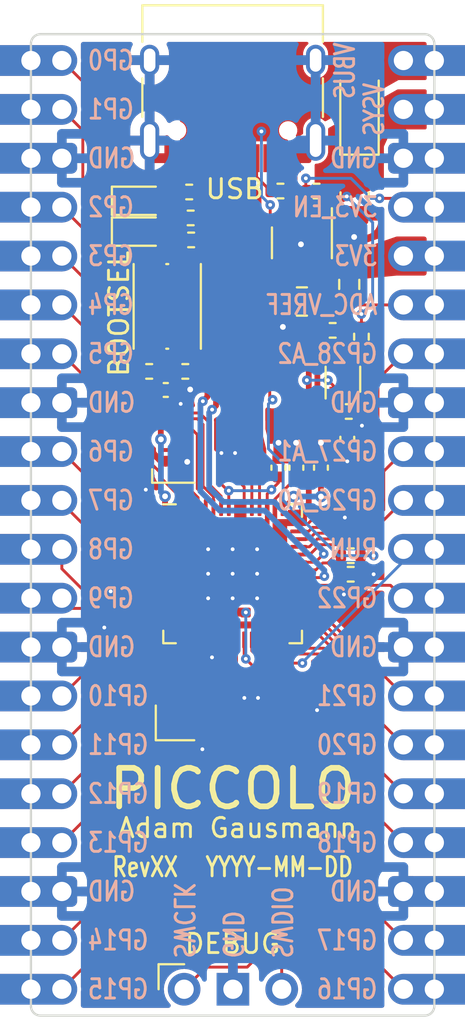
<source format=kicad_pcb>
(kicad_pcb (version 20211014) (generator pcbnew)
  (layers (0 "F.Cu" signal) (31 "B.Cu" signal) (34 "B.Paste" user) (35 "F.Paste" user) (36 "B.SilkS" user "B.Silkscreen") (37 "F.SilkS" user "F.Silkscreen") (38 "B.Mask" user) (39 "F.Mask" user) (44 "Edge.Cuts" user))
  (net 0 "")
  (net 1 "GND")
  (net 2 "/VSYS")
  (net 3 "+3V3")
  (net 4 "+1V1")
  (net 5 "/ADC_AVDD")
  (net 6 "VBUS")
  (net 7 "/GPIO0")
  (net 8 "/GPIO1")
  (net 9 "/GPIO2")
  (net 10 "/GPIO3")
  (net 11 "/GPIO4")
  (net 12 "/GPIO5")
  (net 13 "/GPIO6")
  (net 14 "/GPIO7")
  (net 15 "/GPIO8")
  (net 16 "/GPIO9")
  (net 17 "/GPIO10")
  (net 18 "/GPIO11")
  (net 19 "/GPIO12")
  (net 20 "/GPIO13")
  (net 21 "/GPIO14")
  (net 22 "/GPIO15")
  (net 23 "/GPIO16")
  (net 24 "/GPIO17")
  (net 25 "/GPIO18")
  (net 26 "/GPIO19")
  (net 27 "/GPIO20")
  (net 28 "/GPIO21")
  (net 29 "/GPIO22")
  (net 30 "/RUN")
  (net 31 "/GPIO26_ADC0")
  (net 32 "/GPIO27_ADC1")
  (net 33 "/GPIO28_ADC2")
  (net 34 "/ADC_VREF")
  (net 35 "/3V3_EN")
  (net 36 "Net-(J1-PadA5)")
  (net 38 "Net-(J1-PadB5)")
  (net 40 "/GPIO24")
  (net 41 "/GPIO25")
  (net 42 "Net-(D2-Pad2)")
  (net 43 "/QSPI_SS")
  (net 44 "/GPIO23")
  (net 45 "Net-(R11-Pad2)")
  (net 46 "Net-(R8-Pad2)")
  (net 47 "/XIN")
  (net 48 "/SWCLK")
  (net 49 "/SWDIO")
  (net 50 "/GPIO29_ADC3")
  (net 51 "/QSPI_SD3")
  (net 52 "/QSPI_SCLK")
  (net 53 "/QSPI_SD0")
  (net 54 "/QSPI_SD2")
  (net 55 "/QSPI_SD1")
  (net 57 "Net-(C3-Pad1)")
  (net 60 "Net-(R12-Pad2)")
  (net 61 "Net-(R13-Pad2)")
  (net 62 "/USB_D+")
  (net 63 "/USB_D-")
  (footprint "Capacitor_SMD:C_0201_0603Metric" (layer "F.Cu") (at 117.917 59.5278)
    (fp_text reference "C15" hide)
    (fp_text value "100n 6.3V" hide)
  )
  (footprint "Resistor_SMD:R_0402_1005Metric" (layer "F.Cu") (at 127.7468 68.2654)
    (fp_text reference "R1" hide)
    (fp_text value "10k" hide)
  )
  (footprint "Capacitor_SMD:C_0201_0603Metric" (layer "F.Cu") (at 116.22 69.16 180)
    (fp_text reference "C5" hide)
    (fp_text value "100n 6.3V" hide)
  )
  (footprint "Resistor_SMD:R_0402_1005Metric" (layer "F.Cu") (at 124.0892 48.3518)
    (fp_text reference "R17" hide)
    (fp_text value "5.1k" hide)
  )
  (footprint "Capacitor_SMD:C_0402_1005Metric" (layer "F.Cu") (at 123.98 62.73 90)
    (fp_text reference "C12" hide)
    (fp_text value "2.2u 6.3V" hide)
  )
  (footprint "Resistor_SMD:R_0603_1608Metric" (layer "F.Cu") (at 127.6706 53.2032 -90)
    (fp_text reference "R7" hide)
    (fp_text value "200R" hide)
  )
  (footprint "Capacitor_SMD:C_0201_0603Metric" (layer "F.Cu") (at 121.7366 62.94 90)
    (fp_text reference "C10" hide)
    (fp_text value "100n 6.3V" hide)
  )
  (footprint "Capacitor_SMD:C_0805_2012Metric" (layer "F.Cu") (at 127.95 48.682 90)
    (fp_text reference "C1" hide)
    (fp_text value "10u 6.3V" hide)
  )
  (footprint "Resistor_SMD:R_0402_1005Metric" (layer "F.Cu") (at 127.6452 59.8072)
    (fp_text reference "R6" hide)
    (fp_text value "100k" hide)
  )
  (footprint "agausmann:RP2040_QFN-56-1EP_7x7mm_P0.4mm_EP3.2x3.2mm_ThermalVias" (layer "F.Cu") (at 121.6 68.24)
    (fp_text reference "U1" hide)
    (fp_text value "RP2040" hide)
  )
  (footprint "LED_SMD:LED_0603_1608Metric" (layer "F.Cu") (at 116.7994 50.46)
    (fp_text reference "D3" hide)
    (fp_text value "Yellow" hide)
  )
  (footprint "Capacitor_SMD:C_0201_0603Metric" (layer "F.Cu") (at 117.09 64.83 90)
    (fp_text reference "C4" hide)
    (fp_text value "100n 6.3V" hide)
  )
  (footprint "Capacitor_SMD:C_0201_0603Metric" (layer "F.Cu") (at 118.933 77.3586)
    (fp_text reference "C16" hide)
    (fp_text value "100n 6.3V" hide)
  )
  (footprint "Package_TO_SOT_SMD:SOT-23-5" (layer "F.Cu") (at 125.2068 51.0442 -90)
    (fp_text reference "U2" hide)
    (fp_text value "ME6217C33M5" hide)
  )
  (footprint "agausmann:SiT1602xx-2_3.2x2.5mm" (layer "F.Cu") (at 119.6 75.09)
    (fp_text reference "X1" hide)
    (fp_text value "SIT1602AI-22-33E-12.000000D" hide)
  )
  (footprint "Capacitor_SMD:C_0402_1005Metric" (layer "F.Cu") (at 118.1202 58.6896)
    (fp_text reference "C18" hide)
    (fp_text value "2.2u 6.3V" hide)
  )
  (footprint "Resistor_SMD:R_0402_1005Metric" (layer "F.Cu") (at 127.7468 67.3002 180)
    (fp_text reference "R10" hide)
    (fp_text value "5.6k" hide)
  )
  (footprint "Capacitor_SMD:C_0201_0603Metric" (layer "F.Cu") (at 126.4768 65.319)
    (fp_text reference "C7" hide)
    (fp_text value "100n 6.3V" hide)
  )
  (footprint "Resistor_SMD:R_0402_1005Metric" (layer "F.Cu") (at 126.807 55.5908 180)
    (fp_text reference "R9" hide)
    (fp_text value "1R" hide)
  )
  (footprint "Resistor_SMD:R_0402_1005Metric" (layer "F.Cu") (at 119.4156 49.7488 180)
    (fp_text reference "R3" hide)
    (fp_text value "470R" hide)
  )
  (footprint "Resistor_SMD:R_0402_1005Metric" (layer "F.Cu") (at 128.3056 55.921 -90)
    (fp_text reference "R5" hide)
    (fp_text value "200k" hide)
  )
  (footprint "Connector_PinHeader_2.54mm:PinHeader_1x03_P2.54mm_Vertical" (layer "F.Cu") (at 119.075 89.83 90)
    (fp_text reference "J2" hide)
    (fp_text value "Debug" hide)
  )
  (footprint "Package_TO_SOT_SMD:SOT-523" (layer "F.Cu") (at 127.3404 58.1308 90)
    (fp_text reference "Q1" hide)
    (fp_text value "DMG1012T" hide)
  )
  (footprint "LED_SMD:LED_0603_1608Metric" (layer "F.Cu") (at 116.7994 48.8598)
    (fp_text reference "D2" hide)
    (fp_text value "Green" hide)
  )
  (footprint "Resistor_SMD:R_0402_1005Metric" (layer "F.Cu") (at 119.441 50.8918 180)
    (fp_text reference "R8" hide)
    (fp_text value "470R" hide)
  )
  (footprint "Resistor_SMD:R_0402_1005Metric" (layer "F.Cu") (at 117.2566 57.7244 180)
    (fp_text reference "R4" hide)
    (fp_text value "NO-FIT")
  )
  (footprint "Capacitor_SMD:C_0805_2012Metric" (layer "F.Cu") (at 125.2068 54.0922 180)
    (fp_text reference "C2" hide)
    (fp_text value "10u 6.3V" hide)
  )
  (footprint "Capacitor_SMD:C_0402_1005Metric" (layer "F.Cu") (at 126.1974 62.7282 90)
    (fp_text reference "C13" hide)
    (fp_text value "2.2u 6.3V" hide)
  )
  (footprint "Capacitor_SMD:C_0201_0603Metric" (layer "F.Cu") (at 121 62.94 90)
    (fp_text reference "C11" hide)
    (fp_text value "100n 6.3V" hide)
  )
  (footprint "Resistor_SMD:R_0402_1005Metric" (layer "F.Cu") (at 119.3394 48.4026)
    (fp_text reference "R16" hide)
    (fp_text value "5.1k" hide)
  )
  (footprint "Resistor_SMD:R_0201_0603Metric" (layer "F.Cu") (at 122.4436 62.94 -90)
    (fp_text reference "R12" hide)
    (fp_text value "27R" hide)
  )
  (footprint "Resistor_SMD:R_0201_0603Metric" (layer "F.Cu") (at 123.1536 62.9402 -90)
    (fp_text reference "R13" hide)
    (fp_text value "27R" hide)
  )
  (footprint "Button_Switch_SMD:SW_Push_1P1T_NO_Vertical_Wuerth_434133025816" (layer "F.Cu") (at 118.1964 54.3462 90)
    (fp_text reference "SW1" hide)
    (fp_text value "BOOTSEL")
  )
  (footprint "Resistor_SMD:R_0402_1005Metric" (layer "F.Cu") (at 119.1362 57.7244)
    (fp_text reference "R11" hide)
    (fp_text value "1k" hide)
  )
  (footprint "agausmann:RaspberryPi_Pico_OutlineAndPads" (layer "F.Cu") (at 121.6 65.7)
    (fp_text reference "J0" hide)
    (fp_text value "CON_PICO_40W" hide)
    (fp_line (start -10.5 -25) (end -10.5 25) (layer "Edge.Cuts") (width 0.12))
    (fp_line (start 10.5 25) (end 10.5 -25) (layer "Edge.Cuts") (width 0.12))
    (fp_line (start -10 25.5) (end 10 25.5) (layer "Edge.Cuts") (width 0.12))
    (fp_line (start 10 -25.5) (end -10 -25.5) (layer "Edge.Cuts") (width 0.12))
    (fp_arc (start -10 25.5) (mid -10.353553 25.353553) (end -10.5 25) (layer "Edge.Cuts") (width 0.12))
    (fp_arc (start 10.5 25) (mid 10.353553 25.353553) (end 10 25.5) (layer "Edge.Cuts") (width 0.12))
    (fp_arc (start -10.5 -25) (mid -10.353553 -25.353553) (end -10 -25.5) (layer "Edge.Cuts") (width 0.12))
    (fp_arc (start 10 -25.5) (mid 10.353553 -25.353553) (end 10.5 -25) (layer "Edge.Cuts") (width 0.12))
  )
  (footprint "Capacitor_SMD:C_0402_1005Metric" (layer "F.Cu") (at 124.9198 62.73 90)
    (fp_text reference "C14" hide)
    (fp_text value "2.2u 6.3V" hide)
  )
  (footprint "Diode_SMD:D_SOD-123F" (layer "F.Cu") (at 128.204 44.2624 90)
    (fp_text reference "D1" hide)
    (fp_text value "MBR120VLSFT1G" hide)
  )
  (footprint "Resistor_SMD:R_0402_1005Metric" (layer "F.Cu") (at 125.9688 48.3518)
    (fp_text reference "R2" hide)
    (fp_text value "100k" hide)
  )
  (footprint "Capacitor_SMD:C_0201_0603Metric" (layer "F.Cu") (at 122.2096 73.7264 -90)
    (fp_text reference "C8" hide)
    (fp_text value "100n 6.3V" hide)
  )
  (footprint "Capacitor_SMD:C_0402_1005Metric" (layer "F.Cu") (at 127.569 61.2296 -90)
    (fp_text reference "C3" hide)
    (fp_text value "1n 25V" hide)
  )
  (footprint "Capacitor_SMD:C_0201_0603Metric" (layer "F.Cu") (at 122.9208 73.7264 -90)
    (fp_text reference "C9" hide)
    (fp_text value "100n 6.3V" hide)
  )
  (footprint "agausmann:USON-8-1EP_3x2mm_P0.5mm_EP0.2x1.6mm" (layer "F.Cu") (at 118.61 61.81 90)
    (fp_text reference "U3" hide)
    (fp_text value "MX25R1635FZUIL0" hide)
  )
  (footprint "Connector_USB:USB_C_Receptacle_HRO_TYPE-C-31-M-12" (layer "F.Cu") (at 121.6 42.6 180)
    (fp_text reference "J1" hide)
    (fp_text value "USB_C_Receptacle_USB2.0" hide)
  )
  (footprint "Capacitor_SMD:C_0201_0603Metric" (layer "F.Cu") (at 126.426 69.3068)
    (fp_text reference "C6" hide)
    (fp_text value "100n 6.3V" hide)
  )
  (gr_text "GP14" (at 113.98 87.29) (layer "B.SilkS") (effects (font (size 1 0.8)) (justify right mirror)))
  (gr_text "GND" (at 113.98 46.65) (layer "B.SilkS") (effects (font (size 1 0.8)) (justify right mirror)))
  (gr_text "GP12" (at 113.98 79.67) (layer "B.SilkS") (effects (font (size 1 0.8)) (justify right mirror)))
  (gr_text "GND" (at 129.22 84.75) (layer "B.SilkS") (effects (font (size 1 0.8)) (justify left mirror)))
  (gr_text "GND" (at 129.22 59.35) (layer "B.SilkS") (effects (font (size 1 0.8)) (justify left mirror)))
  (gr_text "GND" (at 113.98 59.35) (layer "B.SilkS") (effects (font (size 1 0.8)) (justify right mirror)))
  (gr_text "GP20" (at 129.22 77.13) (layer "B.SilkS") (effects (font (size 1 0.8)) (justify left mirror)))
  (gr_text "GP9" (at 113.98 69.51) (layer "B.SilkS") (effects (font (size 1 0.8)) (justify right mirror)))
  (gr_text "GP18" (at 129.22 82.21) (layer "B.SilkS") (effects (font (size 1 0.8)) (justify left mirror)))
  (gr_text "GP6" (at 113.98 61.89) (layer "B.SilkS") (effects (font (size 1 0.8)) (justify right mirror)))
  (gr_text "GP16" (at 129.22 89.83) (layer "B.SilkS") (effects (font (size 1 0.8)) (justify left mirror)))
  (gr_text "SWDIO" (at 124.14 88.306 270) (layer "B.SilkS") (effects (font (size 1 0.8)) (justify left mirror)))
  (gr_text "GP0" (at 113.98 41.57) (layer "B.SilkS") (effects (font (size 1 0.8)) (justify right mirror)))
  (gr_text "GND" (at 113.98 84.75) (layer "B.SilkS") (effects (font (size 1 0.8)) (justify right mirror)))
  (gr_text "GP28_A2" (at 129.22 56.81) (layer "B.SilkS") (effects (font (size 1 0.8)) (justify left mirror)))
  (gr_text "GND" (at 121.6 88.306 270) (layer "B.SilkS") (effects (font (size 1 0.8)) (justify left mirror)))
  (gr_text "GP1" (at 113.98 44.11) (layer "B.SilkS") (effects (font (size 1 0.8)) (justify right mirror)))
  (gr_text "VBUS\n" (at 127.442 40.554 90) (layer "B.SilkS") (effects (font (size 1 0.75)) (justify left mirror)))
  (gr_text "GP5" (at 113.98 56.81) (layer "B.SilkS") (effects (font (size 1 0.8)) (justify right mirror)))
  (gr_text "GP26_A0" (at 129.22 64.43) (layer "B.SilkS") (effects (font (size 1 0.8)) (justify left mirror)))
  (gr_text "GP27_A1" (at 129.225589 61.882583) (layer "B.SilkS") (effects (font (size 1 0.8)) (justify left mirror)))
  (gr_text "SWCLK\n" (at 119.06 88.306 270) (layer "B.SilkS") (effects (font (size 1 0.8)) (justify left mirror)))
  (gr_text "GND" (at 129.22 72.05) (layer "B.SilkS") (effects (font (size 1 0.8)) (justify left mirror)))
  (gr_text "3V3_EN" (at 129.22 49.19) (layer "B.SilkS") (effects (font (size 1 0.8)) (justify left mirror)))
  (gr_text "GP8" (at 113.98 66.97) (layer "B.SilkS") (effects (font (size 1 0.8)) (justify right mirror)))
  (gr_text "GP4" (at 113.98 54.27) (layer "B.SilkS") (effects (font (size 1 0.8)) (justify right mirror)))
  (gr_text "GND" (at 129.22 46.65) (layer "B.SilkS") (effects (font (size 1 0.8)) (justify left mirror)))
  (gr_text "GP13" (at 113.98 82.21) (layer "B.SilkS") (effects (font (size 1 0.8)) (justify right mirror)))
  (gr_text "GP15" (at 113.98 89.83) (layer "B.SilkS") (effects (font (size 1 0.8)) (justify right mirror)))
  (gr_text "VSYS\n" (at 128.966 44.11 90) (layer "B.SilkS") (effects (font (size 1 0.75)) (justify mirror)))
  (gr_text "GP19" (at 129.225589 79.667397) (layer "B.SilkS") (effects (font (size 1 0.8)) (justify left mirror)))
  (gr_text "GP21" (at 129.22 74.59) (layer "B.SilkS") (effects (font (size 1 0.8)) (justify left mirror)))
  (gr_text "GP7" (at 113.98 64.43) (layer "B.SilkS") (effects (font (size 1 0.8)) (justify right mirror)))
  (gr_text "GP10" (at 113.98 74.59) (layer "B.SilkS") (effects (font (size 1 0.8)) (justify right mirror)))
  (gr_text "ADC_VREF" (at 129.22 54.27) (layer "B.SilkS") (effects (font (size 1 0.8)) (justify left mirror)))
  (gr_text "GP2" (at 113.98 49.19) (layer "B.SilkS") (effects (font (size 1 0.8)) (justify right mirror)))
  (gr_text "GP22\n" (at 129.22 69.51) (layer "B.SilkS") (effects (font (size 1 0.8)) (justify left mirror)))
  (gr_text "GP11" (at 113.98 77.13) (layer "B.SilkS") (effects (font (size 1 0.8)) (justify right mirror)))
  (gr_text "GP3" (at 113.98 51.73) (layer "B.SilkS") (effects (font (size 1 0.8)) (justify right mirror)))
  (gr_text "3V3" (at 129.22 51.73) (layer "B.SilkS") (effects (font (size 1 0.8)) (justify left mirror)))
  (gr_text "GND" (at 113.98 72.05) (layer "B.SilkS") (effects (font (size 1 0.8)) (justify right mirror)))
  (gr_text "RUN" (at 129.22 66.97) (layer "B.SilkS") (effects (font (size 1 0.8)) (justify left mirror)))
  (gr_text "GP17" (at 129.22 87.29) (layer "B.SilkS") (effects (font (size 1 0.8)) (justify left mirror)))
  (gr_text "PICCOLO" (at 121.6 79.416) (layer "F.SilkS") (effects (font (size 2 2) (thickness 0.3))))
  (gr_text "USB\n" (at 121.7016 48.2502) (layer "F.SilkS") (effects (font (size 1 1))))
  (gr_text "DEBUG\n" (at 121.6 87.4678) (layer "F.SilkS") (effects (font (size 1 1))))
  (gr_text "BOOTSEL\n" (at 115.6818 54.7272 90) (layer "F.SilkS") (effects (font (size 1 1))))
  (gr_text "YYYY-MM-DD" (at 127.95 83.48) (layer "F.SilkS") (effects (font (size 1 0.75)) (justify right)))
  (gr_text "RevXX" (at 115.25 83.48) (layer "F.SilkS") (effects (font (size 1 0.75)) (justify left)))
  (gr_text "Adam Gausmann" (at 121.854 81.448) (layer "F.SilkS") (effects (font (size 1 1))))
  (segment (start 118.35 46.645) (end 118.35 47.9232) (width 0.25) (layer "F.Cu") (net 1))
  (segment (start 112.71 72.05) (end 114.107 72.05) (width 0.5) (layer "F.Cu") (net 1))
  (segment (start 125.2068 49.9067) (end 125.156 49.9575) (width 0.25) (layer "F.Cu") (net 1))
  (segment (start 128.2568 68.2654) (end 128.9406 68.2654) (width 0.15) (layer "F.Cu") (net 1))
  (segment (start 118.895846 59.411469) (end 118.779515 59.5278) (width 0.15) (layer "F.Cu") (net 1))
  (segment (start 128.1552 60.368) (end 128.1552 59.8072) (width 0.15) (layer "F.Cu") (net 1))
  (segment (start 124.2568 54.0922) (end 124.2162 54.1328) (width 0.5) (layer "F.Cu") (net 1))
  (segment (start 119.36 63.01) (end 119.36 62.5479) (width 0.25) (layer "F.Cu") (net 1))
  (segment (start 127.3835 69.3068) (end 127.3912 69.3145) (width 0.15) (layer "F.Cu") (net 1))
  (segment (start 120.5255 72.5834) (end 120.6 72.5089) (width 0.15) (layer "F.Cu") (net 1))
  (segment (start 127.95 50.714) (end 127.9246 50.7394) (width 0.5) (layer "F.Cu") (net 1))
  (segment (start 119.3648 58.6896) (end 119.3902 58.6642) (width 0.25) (layer "F.Cu") (net 1))
  (segment (start 122.2096 74.0464) (end 122.2096 74.6916) (width 0.15) (layer "F.Cu") (net 1))
  (segment (start 115.2556 69.16) (end 115.9 69.16) (width 0.15) (layer "F.Cu") (net 1))
  (segment (start 126.7968 65.319) (end 127.439568 65.319) (width 0.15) (layer "F.Cu") (net 1))
  (segment (start 125.156 49.9575) (end 125.156 51.1204) (width 0.25) (layer "F.Cu") (net 1))
  (segment (start 127.439568 65.319) (end 127.440784 65.317784) (width 0.15) (layer "F.Cu") (net 1))
  (segment (start 117.09 63.8824) (end 117.09 64.51) (width 0.15) (layer "F.Cu") (net 1))
  (segment (start 122.235 74.0718) (end 122.2096 74.0464) (width 0.3) (layer "F.Cu") (net 1))
  (segment (start 120.6 72.5089) (end 120.6 71.6775) (width 0.15) (layer "F.Cu") (net 1))
  (segment (start 118.6002 58.6896) (end 119.3648 58.6896) (width 0.25) (layer "F.Cu") (net 1))
  (segment (start 127.569 61.7096) (end 127.569 62.398) (width 0.15) (layer "F.Cu") (net 1))
  (segment (start 124.9198 62.25) (end 124.9198 61.4506) (width 0.3) (layer "F.Cu") (net 1))
  (segment (start 124.9198 61.4506) (end 124.902 61.4328) (width 0.3) (layer "F.Cu") (net 1))
  (segment (start 121.727 61.9662) (end 121.7366 61.9758) (width 0.15) (layer "F.Cu") (net 1))
  (segment (start 115.25 69.1544) (end 115.2556 69.16) (width 0.15) (layer "F.Cu") (net 1))
  (segment (start 118.35 47.9232) (end 118.8294 48.4026) (width 0.25) (layer "F.Cu") (net 1))
  (segment (start 126.746 69.3068) (end 127.3835 69.3068) (width 0.15) (layer "F.Cu") (net 1))
  (segment (start 117.0788 63.8712) (end 117.09 63.8824) (width 0.15) (layer "F.Cu") (net 1))
  (segment (start 114.107 72.05) (end 114.1324 72.0754) (width 0.5) (layer "F.Cu") (net 1))
  (segment (start 124.2162 54.1328) (end 124.2162 55.413) (width 0.25) (layer "F.Cu") (net 1))
  (segment (start 123.98 61.4404) (end 123.9876 61.4328) (width 0.3) (layer "F.Cu") (net 1))
  (segment (start 123.9808 62.2508) (end 123.98 62.25) (width 0.5) (layer "F.Cu") (net 1))
  (segment (start 118.779515 59.5278) (end 118.237 59.5278) (width 0.15) (layer "F.Cu") (net 1))
  (segment (start 123.98 62.25) (end 123.98 61.4404) (width 0.3) (layer "F.Cu") (net 1))
  (segment (start 121.0158 61.9662) (end 121 61.982) (width 0.15) (layer "F.Cu") (net 1))
  (segment (start 122.9208 74.0464) (end 122.9208 74.6916) (width 0.15) (layer "F.Cu") (net 1))
  (segment (start 127.95 49.632) (end 127.95 50.714) (width 0.25) (layer "F.Cu") (net 1))
  (segment (start 126.1974 62.2482) (end 126.1974 61.4328) (width 0.3) (layer "F.Cu") (net 1))
  (segment (start 120.0252 77.3586) (end 119.253 77.3586) (width 0.15) (layer "F.Cu") (net 1))
  (segment (start 119.36 62.5479) (end 119.2355 62.4234) (width 0.25) (layer "F.Cu") (net 1))
  (segment (start 128.331 60.5438) (end 128.1552 60.368) (width 0.15) (layer "F.Cu") (net 1))
  (segment (start 124.85 46.645) (end 124.85 48.02) (width 0.25) (layer "F.Cu") (net 1))
  (segment (start 121 61.982) (end 121 62.62) (width 0.15) (layer "F.Cu") (net 1))
  (segment (start 121.7366 61.9758) (end 121.7366 62.62) (width 0.15) (layer "F.Cu") (net 1))
  (via (at 127.9246 50.7394) (size 0.6) (drill 0.3) (layers "F.Cu" "B.Cu") (net 1))
  (via (at 120.0252 77.3586) (size 0.5) (drill 0.2) (layers "F.Cu" "B.Cu") (net 1))
  (via (at 123.9876 61.4328) (size 0.6) (drill 0.3) (layers "F.Cu" "B.Cu") (net 1))
  (via (at 121.0158 61.9662) (size 0.5) (drill 0.2) (layers "F.Cu" "B.Cu") (net 1))
  (via (at 125.9942 75.3266) (size 0.5) (drill 0.2) (layers "F.Cu" "B.Cu") (net 1))
  (via (at 127.3912 69.3145) (size 0.5) (drill 0.2) (layers "F.Cu" "B.Cu") (net 1))
  (via (at 119.3902 58.6642) (size 0.6) (drill 0.3) (layers "F.Cu" "B.Cu") (net 1))
  (via (at 121.727 61.9662) (size 0.5) (drill 0.2) (layers "F.Cu" "B.Cu") (net 1))
  (via (at 128.9406 68.2654) (size 0.5) (drill 0.2) (layers "F.Cu" "B.Cu") (net 1))
  (via (at 117.0788 63.8712) (size 0.5) (drill 0.2) (layers "F.Cu" "B.Cu") (net 1))
  (via (at 127.569 62.398) (size 0.5) (drill 0.2) (layers "F.Cu" "B.Cu") (net 1))
  (via (at 126.1974 61.4328) (size 0.6) (drill 0.3) (layers "F.Cu" "B.Cu") (net 1))
  (via (at 114.9198 71.034) (size 0.5) (drill 0.2) (layers "F.Cu" "B.Cu") (net 1))
  (via (at 115.25 69.1544) (size 0.5) (drill 0.2) (layers "F.Cu" "B.Cu") (net 1))
  (via (at 128.331 60.5438) (size 0.5) (drill 0.2) (layers "F.Cu" "B.Cu") (net 1))
  (via (at 122.9208 74.6916) (size 0.5) (drill 0.2) (layers "F.Cu" "B.Cu") (net 1))
  (via (at 127.440784 65.317784) (size 0.5) (drill 0.2) (layers "F.Cu" "B.Cu") (net 1))
  (via (at 124.902 61.4328) (size 0.6) (drill 0.3) (layers "F.Cu" "B.Cu") (net 1))
  (via (at 124.2162 55.413) (size 0.6) (drill 0.3) (layers "F.Cu" "B.Cu") (net 1))
  (via (at 120.5255 72.5834) (size 0.5) (drill 0.2) (layers "F.Cu" "B.Cu") (net 1))
  (via (at 122.2096 74.6916) (size 0.5) (drill 0.2) (layers "F.Cu" "B.Cu") (net 1))
  (via (at 119.2355 62.4234) (size 0.6) (drill 0.3) (layers "F.Cu" "B.Cu") (net 1))
  (via (at 118.895846 59.411469) (size 0.5) (drill 0.2) (layers "F.Cu" "B.Cu") (net 1))
  (via (at 125.156 51.1204) (size 0.6) (drill 0.3) (layers "F.Cu" "B.Cu") (net 1))
  (segment (start 130.49 73.32) (end 128.4834 73.32) (width 0.5) (layer "B.Cu") (net 1))
  (segment (start 112.71 46.65) (end 112.71 45.38) (width 0.5) (layer "B.Cu") (net 1))
  (segment (start 112.71 84.75) (end 112.71 86.02) (width 0.5) (layer "B.Cu") (net 1))
  (segment (start 112.71 72.05) (end 112.71 70.78) (width 0.5) (layer "B.Cu") (net 1))
  (segment (start 112.71 72.05) (end 112.71 73.32) (width 0.5) (layer "B.Cu") (net 1))
  (segment (start 130.49 70.78) (end 128.458 70.78) (width 0.5) (layer "B.Cu") (net 1))
  (segment (start 112.71 83.48) (end 114.3864 83.48) (width 0.5) (layer "B.Cu") (net 1))
  (segment (start 125.92 45.73) (end 125.508 46.142) (width 0.5) (layer "B.Cu") (net 1))
  (segment (start 130.49 84.75) (end 130.49 86.02) (width 0.5) (layer "B.Cu") (net 1))
  (segment (start 112.71 45.38) (end 114.3356 45.38) (width 0.5) (layer "B.Cu") (net 1))
  (segment (start 130.49 72.05) (end 128.4834 72.05) (width 0.5) (layer "B.Cu") (net 1))
  (segment (start 130.49 46.65) (end 130.49 45.38) (width 0.5) (layer "B.Cu") (net 1))
  (segment (start 112.71 84.75) (end 114.3864 84.75) (width 0.5) (layer "B.Cu") (net 1))
  (segment (start 112.71 73.32) (end 114.4118 73.32) (width 0.5) (layer "B.Cu") (net 1))
  (segment (start 130.49 47.92) (end 128.6612 47.92) (width 0.5) (layer "B.Cu") (net 1))
  (segment (start 130.49 60.62) (end 128.6866 60.62) (width 0.5) (layer "B.Cu") (net 1))
  (segment (start 112.71 46.65) (end 113.7006 46.65) (width 0.5) (layer "B.Cu") (net 1))
  (segment (start 130.49 59.35) (end 130.49 58.08) (width 0.5) (layer "B.Cu") (net 1))
  (segment (start 130.49 84.75) (end 128.6866 84.75) (width 0.5) (layer "B.Cu") (net 1))
  (segment (start 130.49 45.38) (end 128.4072 45.38) (width 0.5) (layer "B.Cu") (net 1))
  (segment (start 112.71 59.35) (end 112.71 60.62) (width 0.5) (layer "B.Cu") (net 1))
  (segment (start 130.49 46.65) (end 128.6358 46.65) (width 0.5) (layer "B.Cu") (net 1))
  (segment (start 112.71 58.08) (end 114.6912 58.08) (width 0.5) (layer "B.Cu") (net 1))
  (segment (start 130.49 59.35) (end 128.6866 59.35) (width 0.5) (layer "B.Cu") (net 1))
  (segment (start 130.49 58.08) (end 128.6866 58.08) (width 0.5) (layer "B.Cu") (net 1))
  (segment (start 112.71 59.35) (end 112.71 58.08) (width 0.5) (layer "B.Cu") (net 1))
  (segment (start 130.49 72.05) (end 130.49 70.78) (width 0.5) (layer "B.Cu") (net 1))
  (segment (start 112.71 86.02) (end 114.3864 86.02) (width 0.5) (layer "B.Cu") (net 1))
  (segment (start 130.49 84.75) (end 130.49 83.48) (width 0.5) (layer "B.Cu") (net 1))
  (segment (start 130.49 86.02) (end 128.6612 86.02) (width 0.5) (layer "B.Cu") (net 1))
  (segment (start 112.71 46.65) (end 112.71 47.92) (width 0.5) (layer "B.Cu") (net 1))
  (segment (start 114.6404 60.62) (end 114.6658 60.5946) (width 0.5) (layer "B.Cu") (net 1))
  (segment (start 112.71 84.75) (end 112.71 83.48) (width 0.5) (layer "B.Cu") (net 1))
  (segment (start 112.71 72.05) (end 114.4118 72.05) (width 0.5) (layer "B.Cu") (net 1))
  (segment (start 130.49 72.05) (end 130.49 73.32) (width 0.5) (layer "B.Cu") (net 1))
  (segment (start 112.71 47.92) (end 114.361 47.92) (width 0.5) (layer "B.Cu") (net 1))
  (segment (start 112.71 70.78) (end 114.4118 70.78) (width 0.5) (layer "B.Cu") (net 1))
  (segment (start 130.49 59.35) (end 130.49 60.62) (width 0.5) (layer "B.Cu") (net 1))
  (segment (start 112.71 60.62) (end 114.6404 60.62) (width 0.5) (layer "B.Cu") (net 1))
  (segment (start 130.49 83.48) (end 128.712 83.48) (width 0.5) (layer "B.Cu") (net 1))
  (segment (start 112.71 59.35) (end 114.6912 59.35) (width 0.5) (layer "B.Cu") (net 1))
  (segment (start 130.49 46.65) (end 130.49 47.92) (width 0.5) (layer "B.Cu") (net 1))
  (segment (start 125.508 46.142) (end 124.5464 46.142) (width 0.5) (layer "B.Cu") (net 1))
  (segment (start 128.3056 55.411) (end 128.3056 54.7445) (width 0.15) (layer "F.Cu") (net 2))
  (via (at 128.3056 54.7445) (size 0.5) (drill 0.2) (layers "F.Cu" "B.Cu") (net 2))
  (via (at 127.5436 48.6312) (size 0.5) (drill 0.2) (layers "F.Cu" "B.Cu") (net 2))
  (segment (start 127.5436 48.6312) (end 127.5436 48.641561) (width 0.15) (layer "B.Cu") (net 2))
  (segment (start 127.5436 48.641561) (end 128.8898 49.987761) (width 0.15) (layer "B.Cu") (net 2))
  (segment (start 128.8898 49.987761) (end 128.8898 54.1603) (width 0.15) (layer "B.Cu") (net 2))
  (segment (start 128.8898 54.1603) (end 128.3056 54.7445) (width 0.15) (layer "B.Cu") (net 2))
  (segment (start 118.5 76.04) (end 118.5 77.2456) (width 0.15) (layer "F.Cu") (net 3))
  (segment (start 125.0375 69.24) (end 126.0392 69.24) (width 0.15) (layer "F.Cu") (net 3))
  (segment (start 122.16066 73.4064) (end 121.6762 73.89086) (width 0.15) (layer "F.Cu") (net 3))
  (segment (start 119.442 75.098) (end 118.5 76.04) (width 0.15) (layer "F.Cu") (net 3))
  (segment (start 118.5 76.04) (end 118.5 74.14) (width 0.5) (layer "F.Cu") (net 3))
  (segment (start 125.8418 65.319) (end 126.1568 65.319) (width 0.15) (layer "F.Cu") (net 3))
  (segment (start 121.7366 63.26) (end 122.2 63.7234) (width 0.15) (layer "F.Cu") (net 3))
  (segment (start 123.8 64.8025) (end 123.8 64.3636) (width 0.15) (layer "F.Cu") (net 3))
  (segment (start 117.597 59.5278) (end 117.597 60.347) (width 0.3) (layer "F.Cu") (net 3))
  (segment (start 126.56142 58.1816) (end 126.8404 58.46058) (width 0.15) (layer "F.Cu") (net 3))
  (segment (start 118.082222 64.874622) (end 118.4758 65.2682) (width 0.3) (layer "F.Cu") (net 3))
  (segment (start 116.62 69.24) (end 116.54 69.16) (width 0.15) (layer "F.Cu") (net 3))
  (segment (start 124.9198 63.2438) (end 124.9198 63.21) (width 0.15) (layer "F.Cu") (net 3))
  (segment (start 117.597 59.5278) (end 117.597 58.7328) (width 0.3) (layer "F.Cu") (net 3))
  (segment (start 117.7666 58.5632) (end 117.6402 58.6896) (width 0.15) (layer "F.Cu") (net 3))
  (segment (start 118.1625 69.24) (end 116.62 69.24) (width 0.15) (layer "F.Cu") (net 3))
  (segment (start 117.58 65.64) (end 117.09 65.15) (width 0.15) (layer "F.Cu") (net 3))
  (segment (start 125.5624 54.6866) (end 125.5624 64.6078) (width 0.3) (layer "F.Cu") (net 3))
  (segment (start 125.5208 65.64) (end 125.8418 65.319) (width 0.15) (layer "F.Cu") (net 3))
  (segment (start 121.6762 74.8694) (end 121.4476 75.098) (width 0.15) (layer "F.Cu") (net 3))
  (segment (start 118.082222 64.213978) (end 118.082222 64.874622) (width 0.3) (layer "F.Cu") (net 3))
  (segment (start 126.1568 54.0922) (end 125.5624 54.6866) (width 0.3) (layer "F.Cu") (net 3))
  (segment (start 118.4758 65.2682) (end 118.8568 65.6492) (width 0.3) (layer "F.Cu") (net 3))
  (segment (start 118.5 77.2456) (end 118.613 77.3586) (width 0.15) (layer "F.Cu") (net 3))
  (segment (start 122.2096 73.4064) (end 121.8 72.9968) (width 0.15) (layer "F.Cu") (net 3))
  (segment (start 117.86 60.61) (end 117.86 61.2488) (width 0.3) (layer "F.Cu") (net 3))
  (segment (start 126.8404 58.46058) (end 126.8404 58.7758) (width 0.15) (layer "F.Cu") (net 3))
  (segment (start 121.4476 75.098) (end 119.442 75.098) (width 0.15) (layer "F.Cu") (net 3))
  (segment (start 121.824511 64.777989) (end 121.8 64.8025) (width 0.15) (layer "F.Cu") (net 3))
  (segment (start 126.0392 69.24) (end 126.106 69.3068) (width 0.15) (layer "F.Cu") (net 3))
  (segment (start 121.8 72.9968) (end 121.8 71.6775) (width 0.15) (layer "F.Cu") (net 3))
  (segment (start 125.5624 64.6078) (end 124.9528 65.2174) (width 0.3) (layer "F.Cu") (net 3))
  (segment (start 117.7666 57.7244) (end 117.7666 58.5632) (width 0.15) (layer "F.Cu") (net 3))
  (segment (start 117.597 60.347) (end 117.86 60.61) (width 0.3) (layer "F.Cu") (net 3))
  (segment (start 125.0375 65.64) (end 125.5208 65.64) (width 0.15) (layer "F.Cu") (net 3))
  (segment (start 123.8 64.3636) (end 124.9198 63.2438) (width 0.15) (layer "F.Cu") (net 3))
  (segment (start 117.86 61.2488) (end 117.8662 61.255) (width 0.3) (layer "F.Cu") (net 3))
  (segment (start 117.597 58.7328) (end 117.6402 58.6896) (width 0.3) (layer "F.Cu") (net 3))
  (segment (start 122.2 63.7234) (end 122.2 64.8025) (width 0.15) (layer "F.Cu") (net 3))
  (segment (start 121.6762 73.89086) (end 121.6762 74.8694) (width 0.15) (layer "F.Cu") (net 3))
  (segment (start 122.2096 73.4064) (end 122.16066 73.4064) (width 0.15) (layer "F.Cu") (net 3))
  (segment (start 118.1625 65.64) (end 117.58 65.64) (width 0.15) (layer "F.Cu") (net 3))
  (via (at 126.56142 58.1816) (size 0.5) (drill 0.2) (layers "F.Cu" "B.Cu") (net 3))
  (via (at 117.8662 61.255) (size 0.6) (drill 0.3) (layers "F.Cu" "B.Cu") (net 3))
  (via (at 118.082222 64.213978) (size 0.6) (drill 0.3) (layers "F.Cu" "B.Cu") (net 3))
  (via (at 125.46242 58.1816) (size 0.5) (drill 0.2) (layers "F.Cu" "B.Cu") (net 3))
  (segment (start 126.56142 58.1816) (end 125.46242 58.1816) (width 0.15) (layer "B.Cu") (net 3))
  (segment (start 117.8662 63.997956) (end 118.082222 64.213978) (width 0.3) (layer "B.Cu") (net 3))
  (segment (start 117.8662 61.255) (end 117.8662 63.997956) (width 0.3) (layer "B.Cu") (net 3))
  (segment (start 121.4 64.8025) (end 121.4 63.922) (width 0.15) (layer "F.Cu") (net 4))
  (segment (start 123.4 64.8025) (end 123.4 64.092554) (width 0.15) (layer "F.Cu") (net 4))
  (segment (start 122.28 72.6596) (end 122.9208 73.3004) (width 0.15) (layer "F.Cu") (net 4))
  (segment (start 122.28 72.6596) (end 122.2 72.5796) (width 0.15) (layer "F.Cu") (net 4))
  (segment (start 121.4 63.922) (end 121.352 63.922) (width 0.15) (layer "F.Cu") (net 4))
  (segment (start 123.98 63.21) (end 123.98 63.512554) (width 0.15) (layer "F.Cu") (net 4))
  (segment (start 123.98 63.512554) (end 123.621616 63.870938) (width 0.15) (layer "F.Cu") (net 4))
  (segment (start 121.352 63.922) (end 121 63.57) (width 0.15) (layer "F.Cu") (net 4))
  (segment (start 122.2 72.5796) (end 122.2 71.6775) (width 0.15) (layer "F.Cu") (net 4))
  (segment (start 121 63.57) (end 121 63.26) (width 0.15) (layer "F.Cu") (net 4))
  (segment (start 123.4 64.092554) (end 123.621616 63.870938) (width 0.15) (layer "F.Cu") (net 4))
  (segment (start 122.9208 73.3004) (end 122.9208 73.4064) (width 0.15) (layer "F.Cu") (net 4))
  (via (at 122.2858 70.2466) (size 0.5) (drill 0.2) (layers "F.Cu" "B.Cu") (net 4))
  (via (at 122.2858 72.6596) (size 0.5) (drill 0.2) (layers "F.Cu" "B.Cu") (net 4))
  (via (at 123.621616 63.870938) (size 0.5) (drill 0.2) (layers "F.Cu" "B.Cu") (net 4))
  (via (at 121.4 63.922) (size 0.5) (drill 0.2) (layers "F.Cu" "B.Cu") (net 4))
  (segment (start 122.2858 70.2466) (end 122.2858 72.6596) (width 0.15) (layer "B.Cu") (net 4))
  (segment (start 121.4 63.922) (end 123.570554 63.922) (width 0.15) (layer "B.Cu") (net 4))
  (segment (start 123.570554 63.922) (end 123.621616 63.870938) (width 0.15) (layer "B.Cu") (net 4))
  (segment (start 126.1974 64.2268) (end 126.1974 63.2082) (width 0.3) (layer "F.Cu") (net 5))
  (segment (start 126.01192 55.87588) (end 126.01192 60.28212) (width 0.3) (layer "F.Cu") (net 5))
  (segment (start 126.8578 62.5478) (end 126.1974 63.2082) (width 0.3) (layer "F.Cu") (net 5))
  (segment (start 126.8578 61.128) (end 126.8578 62.5478) (width 0.3) (layer "F.Cu") (net 5))
  (segment (start 124.775 64.2268) (end 124.775 64.2275) (width 0.15) (layer "F.Cu") (net 5))
  (segment (start 126.01192 60.28212) (end 126.8578 61.128) (width 0.3) (layer "F.Cu") (net 5))
  (segment (start 126.297 55.5908) (end 126.01192 55.87588) (width 0.3) (layer "F.Cu") (net 5))
  (segment (start 124.775 64.2275) (end 124.2 64.8025) (width 0.15) (layer "F.Cu") (net 5))
  (via (at 124.775 64.2268) (size 0.6) (drill 0.3) (layers "F.Cu" "B.Cu") (net 5))
  (via (at 126.1974 64.2268) (size 0.6) (drill 0.3) (layers "F.Cu" "B.Cu") (net 5))
  (segment (start 124.775 64.2268) (end 126.1974 64.2268) (width 0.3) (layer "B.Cu") (net 5))
  (segment (start 123.53228 59.04708) (end 123.53228 53.420648) (width 0.15) (layer "F.Cu") (net 6))
  (segment (start 123.53228 53.420648) (end 123.5558 53.397128) (width 0.15) (layer "F.Cu") (net 6))
  (segment (start 128.9406 67.3002) (end 128.2568 67.3002) (width 0.15) (layer "F.Cu") (net 6))
  (segment (start 123.5558 53.397128) (end 123.5558 49.0713) (width 0.15) (layer "F.Cu") (net 6))
  (segment (start 123.6828 59.1976) (end 123.53228 59.04708) (width 0.15) (layer "F.Cu") (net 6))
  (via (at 128.9406 67.3002) (size 0.5) (drill 0.2) (layers "F.Cu" "B.Cu") (net 6))
  (via (at 123.0986 45.253) (size 0.5) (drill 0.2) (layers "F.Cu" "B.Cu") (net 6))
  (via (at 123.5558 49.0713) (size 0.5) (drill 0.2) (layers "F.Cu" "B.Cu") (net 6))
  (via (at 123.6828 59.1976) (size 0.5) (drill 0.2) (layers "F.Cu" "B.Cu") (net 6))
  (segment (start 124.2289 64.422472) (end 126.536697 66.730269) (width 0.15) (layer "B.Cu") (net 6))
  (segment (start 126.817313 67.00823) (end 126.817313 67.010885) (width 0.15) (layer "B.Cu") (net 6))
  (segment (start 123.5558 49.0713) (end 123.0986 48.6141) (width 0.15) (layer "B.Cu") (net 6))
  (segment (start 127.106628 67.3002) (end 128.9406 67.3002) (width 0.15) (layer "B.Cu") (net 6))
  (segment (start 123.463089 59.417311) (end 123.463089 61.746489) (width 0.15) (layer "B.Cu") (net 6))
  (segment (start 126.539352 66.730269) (end 126.817313 67.00823) (width 0.15) (layer "B.Cu") (net 6))
  (segment (start 123.463089 61.746489) (end 124.2289 62.5123) (width 0.15) (layer "B.Cu") (net 6))
  (segment (start 123.0986 48.6141) (end 123.0986 45.253) (width 0.15) (layer "B.Cu") (net 6))
  (segment (start 124.2289 62.5123) (end 124.2289 64.422472) (width 0.15) (layer "B.Cu") (net 6))
  (segment (start 126.817313 67.010885) (end 127.106628 67.3002) (width 0.15) (layer "B.Cu") (net 6))
  (segment (start 126.536697 66.730269) (end 126.539352 66.730269) (width 0.15) (layer "B.Cu") (net 6))
  (segment (start 123.6828 59.1976) (end 123.463089 59.417311) (width 0.15) (layer "B.Cu") (net 6))
  (segment (start 114.10172 42.96172) (end 112.71 41.57) (width 0.15) (layer "F.Cu") (net 7))
  (segment (start 117.202749 66.04) (end 115.59808 64.435331) (width 0.15) (layer "F.Cu") (net 7))
  (segment (start 115.59808 64.435331) (end 115.59808 51.230908) (width 0.15) (layer "F.Cu") (net 7))
  (segment (start 115.59808 51.230908) (end 114.10172 49.734548) (width 0.15) (layer "F.Cu") (net 7))
  (segment (start 114.10172 49.734548) (end 114.10172 42.96172) (width 0.15) (layer "F.Cu") (net 7))
  (segment (start 118.1625 66.04) (end 117.202749 66.04) (width 0.15) (layer "F.Cu") (net 7))
  (segment (start 118.1625 66.44) (end 117.179164 66.44) (width 0.15) (layer "F.Cu") (net 8))
  (segment (start 113.8022 45.2022) (end 112.71 44.11) (width 0.15) (layer "F.Cu") (net 8))
  (segment (start 115.29856 64.559396) (end 115.29856 51.354974) (width 0.15) (layer "F.Cu") (net 8))
  (segment (start 113.8022 49.858614) (end 113.8022 45.2022) (width 0.15) (layer "F.Cu") (net 8))
  (segment (start 117.179164 66.44) (end 115.29856 64.559396) (width 0.15) (layer "F.Cu") (net 8))
  (segment (start 115.29856 51.354974) (end 113.8022 49.858614) (width 0.15) (layer "F.Cu") (net 8))
  (segment (start 117.155578 66.84) (end 118.1625 66.84) (width 0.15) (layer "F.Cu") (net 9))
  (segment (start 114.99904 51.47904) (end 114.99904 64.683462) (width 0.15) (layer "F.Cu") (net 9))
  (segment (start 112.71 49.19) (end 114.99904 51.47904) (width 0.15) (layer "F.Cu") (net 9))
  (segment (start 114.99904 64.683462) (end 117.155578 66.84) (width 0.15) (layer "F.Cu") (net 9))
  (segment (start 118.1625 67.24) (end 117.131993 67.24) (width 0.15) (layer "F.Cu") (net 10))
  (segment (start 114.69952 64.807527) (end 114.69952 53.71952) (width 0.15) (layer "F.Cu") (net 10))
  (segment (start 117.131993 67.24) (end 114.69952 64.807527) (width 0.15) (layer "F.Cu") (net 10))
  (segment (start 114.69952 53.71952) (end 112.71 51.73) (width 0.15) (layer "F.Cu") (net 10))
  (segment (start 114.4 55.96) (end 114.4 64.98) (width 0.15) (layer "F.Cu") (net 11))
  (segment (start 117.06 67.64) (end 118.1625 67.64) (width 0.15) (layer "F.Cu") (net 11))
  (segment (start 114.4 64.98) (end 117.06 67.64) (width 0.15) (layer "F.Cu") (net 11))
  (segment (start 112.71 54.27) (end 114.4 55.96) (width 0.15) (layer "F.Cu") (net 11))
  (segment (start 114.09952 65.103106) (end 117.036414 68.04) (width 0.15) (layer "F.Cu") (net 12))
  (segment (start 114.09952 58.19952) (end 114.09952 65.103106) (width 0.15) (layer "F.Cu") (net 12))
  (segment (start 117.036414 68.04) (end 118.1625 68.04) (width 0.15) (layer "F.Cu") (net 12))
  (segment (start 112.71 56.81) (end 114.09952 58.19952) (width 0.15) (layer "F.Cu") (net 12))
  (segment (start 117.012828 68.44) (end 118.1625 68.44) (width 0.15) (layer "F.Cu") (net 13))
  (segment (start 113.8 65.227172) (end 117.012828 68.44) (width 0.15) (layer "F.Cu") (net 13))
  (segment (start 112.71 61.89) (end 113.8 62.98) (width 0.15) (layer "F.Cu") (net 13))
  (segment (start 113.8 62.98) (end 113.8 65.227172) (width 0.15) (layer "F.Cu") (net 13))
  (segment (start 112.71 64.560758) (end 116.989242 68.84) (width 0.15) (layer "F.Cu") (net 14))
  (segment (start 116.989242 68.84) (end 118.1625 68.84) (width 0.15) (layer "F.Cu") (net 14))
  (segment (start 112.71 64.43) (end 112.71 64.560758) (width 0.15) (layer "F.Cu") (net 14))
  (segment (start 112.71 67.98) (end 112.71 66.97) (width 0.15) (layer "F.Cu") (net 15))
  (segment (start 118.1625 69.64) (end 114.37 69.64) (width 0.15) (layer "F.Cu") (net 15))
  (segment (start 114.37 69.64) (end 112.71 67.98) (width 0.15) (layer "F.Cu") (net 15))
  (segment (start 118.1625 70.04) (end 113.24 70.04) (width 0.15) (layer "F.Cu") (net 16))
  (segment (start 113.24 70.04) (end 112.71 69.51) (width 0.15) (layer "F.Cu") (net 16))
  (segment (start 118.1625 70.44) (end 116.86 70.44) (width 0.15) (layer "F.Cu") (net 17))
  (segment (start 116.86 70.44) (end 112.71 74.59) (width 0.15) (layer "F.Cu") (net 17))
  (segment (start 113.784511 73.945489) (end 113.784511 76.055489) (width 0.15) (layer "F.Cu") (net 18))
  (segment (start 118.1625 70.84) (end 116.89 70.84) (width 0.15) (layer "F.Cu") (net 18))
  (segment (start 116.89 70.84) (end 113.784511 73.945489) (width 0.15) (layer "F.Cu") (net 18))
  (segment (start 113.784511 76.055489) (end 112.71 77.13) (width 0.15) (layer "F.Cu") (net 18))
  (segment (start 114.084031 74.069555) (end 114.084031 78.295969) (width 0.15) (layer "F.Cu") (net 19))
  (segment (start 118.5875 72.09) (end 116.063586 72.09) (width 0.15) (layer "F.Cu") (net 19))
  (segment (start 119 71.6775) (end 118.5875 72.09) (width 0.15) (layer "F.Cu") (net 19))
  (segment (start 114.084031 78.295969) (end 112.71 79.67) (width 0.15) (layer "F.Cu") (net 19))
  (segment (start 116.063586 72.09) (end 114.084031 74.069555) (width 0.15) (layer "F.Cu") (net 19))
  (segment (start 114.383551 74.193621) (end 114.383551 80.536449) (width 0.15) (layer "F.Cu") (net 20))
  (segment (start 119.4 71.6775) (end 119.4 72.17394) (width 0.15) (layer "F.Cu") (net 20))
  (segment (start 119.18442 72.38952) (end 116.187652 72.38952) (width 0.15) (layer "F.Cu") (net 20))
  (segment (start 116.187652 72.38952) (end 114.383551 74.193621) (width 0.15) (layer "F.Cu") (net 20))
  (segment (start 119.4 72.17394) (end 119.18442 72.38952) (width 0.15) (layer "F.Cu") (net 20))
  (segment (start 114.383551 80.536449) (end 112.71 82.21) (width 0.15) (layer "F.Cu") (net 20))
  (segment (start 119.8 72.197525) (end 119.308485 72.68904) (width 0.15) (layer "F.Cu") (net 21))
  (segment (start 116.311718 72.68904) (end 114.683071 74.317687) (width 0.15) (layer "F.Cu") (net 21))
  (segment (start 114.683071 74.317687) (end 114.683071 85.316929) (width 0.15) (layer "F.Cu") (net 21))
  (segment (start 119.308485 72.68904) (end 116.311718 72.68904) (width 0.15) (layer "F.Cu") (net 21))
  (segment (start 119.8 71.6775) (end 119.8 72.197525) (width 0.15) (layer "F.Cu") (net 21))
  (segment (start 114.683071 85.316929) (end 112.71 87.29) (width 0.15) (layer "F.Cu") (net 21))
  (segment (start 120.2 71.6775) (end 120.2 72.22111) (width 0.15) (layer "F.Cu") (net 22))
  (segment (start 116.435784 72.98856) (end 114.982591 74.441753) (width 0.15) (layer "F.Cu") (net 22))
  (segment (start 114.982591 87.557409) (end 112.71 89.83) (width 0.15) (layer "F.Cu") (net 22))
  (segment (start 119.43255 72.98856) (end 116.435784 72.98856) (width 0.15) (layer "F.Cu") (net 22))
  (segment (start 120.2 72.22111) (end 119.43255 72.98856) (width 0.15) (layer "F.Cu") (net 22))
  (segment (start 114.982591 74.441753) (end 114.982591 87.557409) (width 0.15) (layer "F.Cu") (net 22))
  (segment (start 126.232152 72.40897) (end 124.03503 72.40897) (width 0.15) (layer "F.Cu") (net 23))
  (segment (start 123.8 72.17394) (end 123.8 71.6775) (width 0.15) (layer "F.Cu") (net 23))
  (segment (start 124.03503 72.40897) (end 123.8 72.17394) (width 0.15) (layer "F.Cu") (net 23))
  (segment (start 128.21192 87.55192) (end 128.21192 74.388738) (width 0.15) (layer "F.Cu") (net 23))
  (segment (start 130.49 89.83) (end 128.21192 87.55192) (width 0.15) (layer "F.Cu") (net 23))
  (segment (start 128.21192 74.388738) (end 126.232152 72.40897) (width 0.15) (layer "F.Cu") (net 23))
  (segment (start 126.356218 72.10945) (end 128.51144 74.264672) (width 0.15) (layer "F.Cu") (net 24))
  (segment (start 128.51144 74.264672) (end 128.51144 85.31144) (width 0.15) (layer "F.Cu") (net 24))
  (segment (start 124.2 71.6775) (end 124.63195 72.10945) (width 0.15) (layer "F.Cu") (net 24))
  (segment (start 124.63195 72.10945) (end 126.356218 72.10945) (width 0.15) (layer "F.Cu") (net 24))
  (segment (start 128.51144 85.31144) (end 130.49 87.29) (width 0.15) (layer "F.Cu") (net 24))
  (segment (start 128.81096 74.140606) (end 128.81096 80.53096) (width 0.15) (layer "F.Cu") (net 25))
  (segment (start 125.510354 70.84) (end 128.81096 74.140606) (width 0.15) (layer "F.Cu") (net 25))
  (segment (start 128.81096 80.53096) (end 130.49 82.21) (width 0.15) (layer "F.Cu") (net 25))
  (segment (start 125.0375 70.84) (end 125.510354 70.84) (width 0.15) (layer "F.Cu") (net 25))
  (segment (start 129.11048 74.01654) (end 129.11048 78.29048) (width 0.15) (layer "F.Cu") (net 26))
  (segment (start 125.0375 70.44) (end 125.53394 70.44) (width 0.15) (layer "F.Cu") (net 26))
  (segment (start 125.53394 70.44) (end 129.11048 74.01654) (width 0.15) (layer "F.Cu") (net 26))
  (segment (start 129.11048 78.29048) (end 130.49 79.67) (width 0.15) (layer "F.Cu") (net 26))
  (segment (start 125.557525 70.04) (end 129.41 73.892475) (width 0.15) (layer "F.Cu") (net 27))
  (segment (start 125.0375 70.04) (end 125.557525 70.04) (width 0.15) (layer "F.Cu") (net 27))
  (segment (start 129.41 76.05) (end 130.49 77.13) (width 0.15) (layer "F.Cu") (net 27))
  (segment (start 129.41 73.892475) (end 129.41 76.05) (width 0.15) (layer "F.Cu") (net 27))
  (segment (start 130.49 74.548889) (end 125.581111 69.64) (width 0.15) (layer "F.Cu") (net 28))
  (segment (start 125.581111 69.64) (end 125.0375 69.64) (width 0.15) (layer "F.Cu") (net 28))
  (segment (start 130.49 74.59) (end 130.49 74.548889) (width 0.15) (layer "F.Cu") (net 28))
  (segment (start 129.82 68.84) (end 130.49 69.51) (width 0.15) (layer "F.Cu") (net 29))
  (segment (start 125.0375 68.84) (end 129.82 68.84) (width 0.15) (layer "F.Cu") (net 29))
  (segment (start 123.4 72.197526) (end 123.4 71.6775) (width 0.15) (layer "F.Cu") (net 30))
  (segment (start 124.085944 72.88347) (end 123.4 72.197526) (width 0.15) (layer "F.Cu") (net 30))
  (segment (start 125.2322 72.88347) (end 124.085944 72.88347) (width 0.15) (layer "F.Cu") (net 30))
  (via (at 125.2322 72.88347) (size 0.5) (drill 0.2) (layers "F.Cu" "B.Cu") (net 30))
  (segment (start 125.2322 72.88347) (end 125.2322 72.850993) (width 0.15) (layer "B.Cu") (net 30))
  (segment (start 125.2322 72.850993) (end 130.49 67.593193) (width 0.15) (layer "B.Cu") (net 30))
  (segment (start 130.49 67.593193) (end 130.49 66.97) (width 0.15) (layer "B.Cu") (net 30))
  (segment (start 125.0375 67.24) (end 125.623358 67.24) (width 0.15) (layer "F.Cu") (net 31))
  (segment (start 125.623358 67.24) (end 126.133078 66.73028) (width 0.15) (layer "F.Cu") (net 31))
  (segment (start 128.18972 66.73028) (end 130.49 64.43) (width 0.15) (layer "F.Cu") (net 31))
  (segment (start 126.133078 66.73028) (end 128.18972 66.73028) (width 0.15) (layer "F.Cu") (net 31))
  (segment (start 129.465489 62.914511) (end 130.49 61.89) (width 0.15) (layer "F.Cu") (net 32))
  (segment (start 126.009012 66.43076) (end 127.95584 66.43076) (width 0.15) (layer "F.Cu") (net 32))
  (segment (start 125.0375 66.84) (end 125.599772 66.84) (width 0.15) (layer "F.Cu") (net 32))
  (segment (start 129.465489 64.921111) (end 129.465489 62.914511) (width 0.15) (layer "F.Cu") (net 32))
  (segment (start 125.599772 66.84) (end 126.009012 66.43076) (width 0.15) (layer "F.Cu") (net 32))
  (segment (start 127.95584 66.43076) (end 129.465489 64.921111) (width 0.15) (layer "F.Cu") (net 32))
  (segment (start 125.576186 66.44) (end 125.884946 66.13124) (width 0.15) (layer "F.Cu") (net 33))
  (segment (start 129.165969 64.687231) (end 129.165969 58.134031) (width 0.15) (layer "F.Cu") (net 33))
  (segment (start 129.165969 58.134031) (end 130.49 56.81) (width 0.15) (layer "F.Cu") (net 33))
  (segment (start 125.0375 66.44) (end 125.576186 66.44) (width 0.15) (layer "F.Cu") (net 33))
  (segment (start 125.884946 66.13124) (end 127.72196 66.13124) (width 0.15) (layer "F.Cu") (net 33))
  (segment (start 127.72196 66.13124) (end 129.165969 64.687231) (width 0.15) (layer "F.Cu") (net 33))
  (segment (start 127.317 55.5908) (end 127.317 54.3818) (width 0.3) (layer "F.Cu") (net 34))
  (segment (start 127.6706 54.0282) (end 127.9124 54.27) (width 0.15) (layer "F.Cu") (net 34))
  (segment (start 127.317 54.3818) (end 127.6706 54.0282) (width 0.3) (layer "F.Cu") (net 34))
  (segment (start 127.9124 54.27) (end 130.49 54.27) (width 0.15) (layer "F.Cu") (net 34))
  (segment (start 130.0328 48.7328) (end 130.49 49.19) (width 0.15) (layer "F.Cu") (net 35))
  (segment (start 125.448039 48.3518) (end 125.4588 48.3518) (width 0.15) (layer "F.Cu") (net 35))
  (segment (start 124.2568 49.9067) (end 124.2568 49.543039) (width 0.15) (layer "F.Cu") (net 35))
  (segment (start 125.41 47.6914) (end 125.41 48.303) (width 0.15) (layer "F.Cu") (net 35))
  (segment (start 124.2568 49.543039) (end 125.448039 48.3518) (width 0.15) (layer "F.Cu") (net 35))
  (segment (start 129.2454 48.7328) (end 130.0328 48.7328) (width 0.15) (layer "F.Cu") (net 35))
  (segment (start 125.41 48.303) (end 125.4588 48.3518) (width 0.15) (layer "F.Cu") (net 35))
  (via (at 125.41 47.6914) (size 0.5) (drill 0.2) (layers "F.Cu" "B.Cu") (net 35))
  (via (at 129.2454 48.7328) (size 0.5) (drill 0.2) (layers "F.Cu" "B.Cu") (net 35))
  (segment (start 128.802928 48.7328) (end 127.761528 47.6914) (width 0.15) (layer "B.Cu") (net 35))
  (segment (start 129.2454 48.7328) (end 128.802928 48.7328) (width 0.15) (layer "B.Cu") (net 35))
  (segment (start 127.761528 47.6914) (end 125.41 47.6914) (width 0.15) (layer "B.Cu") (net 35))
  (segment (start 122.85 46.645) (end 122.85 47.6226) (width 0.15) (layer "F.Cu") (net 36))
  (segment (start 122.85 47.6226) (end 123.5792 48.3518) (width 0.15) (layer "F.Cu") (net 36))
  (segment (start 119.85 46.645) (end 119.85 48.402) (width 0.15) (layer "F.Cu") (net 38))
  (segment (start 119.85 48.402) (end 119.8494 48.4026) (width 0.15) (layer "F.Cu") (net 38))
  (segment (start 126.554909 67.679291) (end 126.934 67.3002) (width 0.15) (layer "F.Cu") (net 40))
  (segment (start 125.0375 68.04) (end 125.931168 68.04) (width 0.15) (layer "F.Cu") (net 40))
  (segment (start 126.934 67.3002) (end 127.2368 67.3002) (width 0.15) (layer "F.Cu") (net 40))
  (segment (start 125.931168 68.04) (end 126.291877 67.679291) (width 0.15) (layer "F.Cu") (net 40))
  (segment (start 127.141018 68.2654) (end 126.554909 67.679291) (width 0.15) (layer "F.Cu") (net 40))
  (segment (start 126.291877 67.679291) (end 126.554909 67.679291) (width 0.15) (layer "F.Cu") (net 40))
  (segment (start 127.2368 68.2654) (end 127.141018 68.2654) (width 0.15) (layer "F.Cu") (net 40))
  (segment (start 125.907582 67.64) (end 125.0375 67.64) (width 0.15) (layer "F.Cu") (net 41))
  (segment (start 120.531193 59.707607) (end 120.7364 59.5024) (width 0.3) (layer "F.Cu") (net 41))
  (segment (start 120.7364 59.5024) (end 120.7364 50.5596) (width 0.3) (layer "F.Cu") (net 41))
  (segment (start 120.7364 50.5596) (end 119.9256 49.7488) (width 0.3) (layer "F.Cu") (net 41))
  (segment (start 126.342802 67.20478) (end 125.907582 67.64) (width 0.15) (layer "F.Cu") (net 41))
  (segment (start 120.531193 59.710702) (end 120.531193 59.707607) (width 0.3) (layer "F.Cu") (net 41))
  (via (at 126.342802 67.20478) (size 0.5) (drill 0.2) (layers "F.Cu" "B.Cu") (net 41))
  (via (at 120.531193 59.710702) (size 0.5) (drill 0.2) (layers "F.Cu" "B.Cu") (net 41))
  (segment (start 120.3808 63.7696) (end 120.3808 59.861095) (width 0.3) (layer "B.Cu") (net 41))
  (segment (start 123.759 64.5062) (end 121.1174 64.5062) (width 0.3) (layer "B.Cu") (net 41))
  (segment (start 121.1174 64.5062) (end 120.3808 63.7696) (width 0.3) (layer "B.Cu") (net 41))
  (segment (start 126.342802 67.090002) (end 123.759 64.5062) (width 0.3) (layer "B.Cu") (net 41))
  (segment (start 126.342802 67.20478) (end 126.342802 67.090002) (width 0.3) (layer "B.Cu") (net 41))
  (segment (start 120.3808 59.861095) (end 120.531193 59.710702) (width 0.3) (layer "B.Cu") (net 41))
  (segment (start 118.9056 49.7488) (end 118.4759 49.7488) (width 0.3) (layer "F.Cu") (net 42))
  (segment (start 118.4759 49.7488) (end 117.5869 48.8598) (width 0.3) (layer "F.Cu") (net 42))
  (segment (start 117.86 63.25) (end 117.86 63.01) (width 0.15) (layer "F.Cu") (net 43))
  (segment (start 119 64.39) (end 117.86 63.25) (width 0.15) (layer "F.Cu") (net 43))
  (segment (start 118.6262 57.7244) (end 118.08168 57.17988) (width 0.15) (layer "F.Cu") (net 43))
  (segment (start 116.7466 61.8966) (end 116.7466 57.7244) (width 0.15) (layer "F.Cu") (net 43))
  (segment (start 117.29112 57.17988) (end 116.7466 57.7244) (width 0.15) (layer "F.Cu") (net 43))
  (segment (start 118.08168 57.17988) (end 117.29112 57.17988) (width 0.15) (layer "F.Cu") (net 43))
  (segment (start 119 64.8025) (end 119 64.39) (width 0.15) (layer "F.Cu") (net 43))
  (segment (start 117.86 63.01) (end 116.7466 61.8966) (width 0.15) (layer "F.Cu") (net 43))
  (segment (start 120.28688 59.03752) (end 120.28688 51.22768) (width 0.3) (layer "F.Cu") (net 44))
  (segment (start 126.3007 68.44) (end 125.0375 68.44) (width 0.15) (layer "F.Cu") (net 44))
  (segment (start 126.3752 68.3655) (end 126.3007 68.44) (width 0.15) (layer "F.Cu") (net 44))
  (segment (start 120.0506 59.2738) (end 120.28688 59.03752) (width 0.3) (layer "F.Cu") (net 44))
  (segment (start 120.28688 51.22768) (end 119.951 50.8918) (width 0.3) (layer "F.Cu") (net 44))
  (via (at 120.0506 59.2738) (size 0.5) (drill 0.2) (layers "F.Cu" "B.Cu") (net 44))
  (via (at 126.3752 68.3655) (size 0.5) (drill 0.2) (layers "F.Cu" "B.Cu") (net 44))
  (segment (start 120.0252 64.049) (end 119.9236 63.9474) (width 0.3) (layer "B.Cu") (net 44))
  (segment (start 123.26872 64.95572) (end 120.931202 64.95572) (width 0.3) (layer "B.Cu") (net 44))
  (segment (start 120.931202 64.95572) (end 120.024841 64.049359) (width 0.3) (layer "B.Cu") (net 44))
  (segment (start 119.9236 63.9474) (end 119.9236 59.4008) (width 0.3) (layer "B.Cu") (net 44))
  (segment (start 119.9236 59.4008) (end 120.0506 59.2738) (width 0.3) (layer "B.Cu") (net 44))
  (segment (start 126.3752 68.0622) (end 123.26872 64.95572) (width 0.3) (layer "B.Cu") (net 44))
  (segment (start 126.3752 68.3655) (end 126.3752 68.0622) (width 0.3) (layer "B.Cu") (net 44))
  (segment (start 119.2714 57.3496) (end 119.6462 57.7244) (width 0.15) (layer "F.Cu") (net 45))
  (segment (start 119.2714 56.4212) (end 119.2714 57.3496) (width 0.15) (layer "F.Cu") (net 45))
  (segment (start 119.2714 52.2962) (end 119.2714 56.4212) (width 0.15) (layer "F.Cu") (net 45))
  (segment (start 118.931 50.8918) (end 118.0187 50.8918) (width 0.3) (layer "F.Cu") (net 46))
  (segment (start 118.0187 50.8918) (end 117.5869 50.46) (width 0.3) (layer "F.Cu") (net 46))
  (segment (start 120.7 74.14) (end 121 73.84) (width 0.15) (layer "F.Cu") (net 47))
  (segment (start 121 73.84) (end 121 71.6775) (width 0.15) (layer "F.Cu") (net 47))
  (segment (start 123.85548 73.500178) (end 122.6 72.244698) (width 0.15) (layer "F.Cu") (net 48))
  (segment (start 119.075 89.83) (end 120.225 88.68) (width 0.15) (layer "F.Cu") (net 48))
  (segment (start 122.6 72.244698) (end 122.6 71.6775) (width 0.15) (layer "F.Cu") (net 48))
  (segment (start 122.36 88.68) (end 123.85548 87.18452) (width 0.15) (layer "F.Cu") (net 48))
  (segment (start 120.225 88.68) (end 122.36 88.68) (width 0.15) (layer "F.Cu") (net 48))
  (segment (start 123.85548 87.18452) (end 123.85548 73.500178) (width 0.15) (layer "F.Cu") (net 48))
  (segment (start 123 72.221112) (end 124.155 73.376112) (width 0.15) (layer "F.Cu") (net 49))
  (segment (start 123 71.6775) (end 123 72.221112) (width 0.15) (layer "F.Cu") (net 49))
  (segment (start 124.155 73.376112) (end 124.155 89.83) (width 0.15) (layer "F.Cu") (net 49))
  (segment (start 125.5526 66.04) (end 125.76088 65.83172) (width 0.15) (layer "F.Cu") (net 50))
  (segment (start 127.597894 65.83172) (end 128.866449 64.563165) (width 0.15) (layer "F.Cu") (net 50))
  (segment (start 125.0375 66.04) (end 125.5526 66.04) (width 0.15) (layer "F.Cu") (net 50))
  (segment (start 128.087 58.7758) (end 127.8404 58.7758) (width 0.15) (layer "F.Cu") (net 50))
  (segment (start 128.866449 59.555249) (end 128.087 58.7758) (width 0.15) (layer "F.Cu") (net 50))
  (segment (start 125.76088 65.83172) (end 127.597894 65.83172) (width 0.15) (layer "F.Cu") (net 50))
  (segment (start 128.866449 64.563165) (end 128.866449 59.555249) (width 0.15) (layer "F.Cu") (net 50))
  (segment (start 118.36 60.285978) (end 118.36 60.61) (width 0.15) (layer "F.Cu") (net 51))
  (segment (start 121 64.211716) (end 120.35904 63.570756) (width 0.15) (layer "F.Cu") (net 51))
  (segment (start 120.35904 60.361433) (end 119.883577 59.885969) (width 0.15) (layer "F.Cu") (net 51))
  (segment (start 119.883577 59.885969) (end 118.760009 59.885969) (width 0.15) (layer "F.Cu") (net 51))
  (segment (start 121 64.8025) (end 121 64.211716) (width 0.15) (layer "F.Cu") (net 51))
  (segment (start 120.35904 63.570756) (end 120.35904 60.361433) (width 0.15) (layer "F.Cu") (net 51))
  (segment (start 118.760009 59.885969) (end 118.36 60.285978) (width 0.15) (layer "F.Cu") (net 51))
  (segment (start 118.86 60.430489) (end 118.86 60.61) (width 0.15) (layer "F.Cu") (net 52))
  (segment (start 119.759511 60.185489) (end 119.105 60.185489) (width 0.15) (layer "F.Cu") (net 52))
  (segment (start 120.6 64.235302) (end 120.05952 63.694822) (width 0.15) (layer "F.Cu") (net 52))
  (segment (start 120.05952 63.694822) (end 120.05952 60.485498) (width 0.15) (layer "F.Cu") (net 52))
  (segment (start 120.6 64.8025) (end 120.6 64.235302) (width 0.15) (layer "F.Cu") (net 52))
  (segment (start 120.05952 60.485498) (end 119.759511 60.185489) (width 0.15) (layer "F.Cu") (net 52))
  (segment (start 119.105 60.185489) (end 118.86 60.430489) (width 0.15) (layer "F.Cu") (net 52))
  (segment (start 120.2 64.258888) (end 120.2 64.8025) (width 0.15) (layer "F.Cu") (net 53))
  (segment (start 119.76 61.01) (end 119.76 63.818888) (width 0.15) (layer "F.Cu") (net 53))
  (segment (start 119.36 60.61) (end 119.76 61.01) (width 0.15) (layer "F.Cu") (net 53))
  (segment (start 119.76 63.818888) (end 120.2 64.258888) (width 0.15) (layer "F.Cu") (net 53))
  (segment (start 119.8 64.8025) (end 119.8 64.282474) (width 0.15) (layer "F.Cu") (net 54))
  (segment (start 118.86 63.342474) (end 118.86 63.01) (width 0.15) (layer "F.Cu") (net 54))
  (segment (start 119.8 64.282474) (end 118.86 63.342474) (width 0.15) (layer "F.Cu") (net 54))
  (segment (start 119.4 64.8025) (end 119.4 64.30606) (width 0.15) (layer "F.Cu") (net 55))
  (segment (start 118.36 63.26606) (end 118.36 63.01) (width 0.15) (layer "F.Cu") (net 55))
  (segment (start 119.4 64.30606) (end 118.36 63.26606) (width 0.15) (layer "F.Cu") (net 55))
  (segment (start 127.569 60.7496) (end 127.569 60.241) (width 0.15) (layer "F.Cu") (net 57))
  (segment (start 127.569 60.241) (end 127.1352 59.8072) (width 0.15) (layer "F.Cu") (net 57))
  (segment (start 128.3056 56.5206) (end 127.3404 57.4858) (width 0.15) (layer "F.Cu") (net 57))
  (segment (start 127.3404 59.602) (end 127.1352 59.8072) (width 0.15) (layer "F.Cu") (net 57))
  (segment (start 128.3056 56.431) (end 128.3056 56.5206) (width 0.15) (layer "F.Cu") (net 57))
  (segment (start 127.3404 57.4858) (end 127.3404 59.602) (width 0.15) (layer "F.Cu") (net 57))
  (segment (start 122.6 64.8025) (end 122.6 63.4164) (width 0.15) (layer "F.Cu") (net 60))
  (segment (start 122.6 63.4164) (end 122.4436 63.26) (width 0.15) (layer "F.Cu") (net 60))
  (segment (start 123 64.8025) (end 123 63.4138) (width 0.15) (layer "F.Cu") (net 61))
  (segment (start 123 63.4138) (end 123.1536 63.2602) (width 0.15) (layer "F.Cu") (net 61))
  (segment (start 121.6 60.29) (end 121.6 48.8344) (width 0.9) (layer "F.Cu") (net 62))
  (segment (start 122.4436 61.9716) (end 122.4382 61.9662) (width 0.4) (layer "F.Cu") (net 62))
  (segment (start 120.85 47.719022) (end 120.850489 47.719511) (width 0.3) (layer "F.Cu") (net 62))
  (segment (start 121.85 47.6366) (end 121.85 46.645) (width 0.3) (layer "F.Cu") (net 62))
  (segment (start 121.767089 47.719511) (end 121.85 47.6366) (width 0.3) (layer "F.Cu") (net 62))
  (segment (start 122.4436 62.62) (end 122.4436 61.9716) (width 0.4) (layer "F.Cu") (net 62))
  (segment (start 120.850489 47.719511) (end 121.767089 47.719511) (width 0.3) (layer "F.Cu") (net 62))
  (segment (start 120.85 46.645) (end 120.85 47.719022) (width 0.3) (layer "F.Cu") (net 62))
  (segment (start 123.1536 62.6202) (end 123.1536 62.1228) (width 0.4) (layer "F.Cu") (net 63))
  (segment (start 122.64952 60.29) (end 122.64952 48.8344) (width 0.9) (layer "F.Cu") (net 63))
  (segment (start 121.35 46.645) (end 121.35 45.570978) (width 0.3) (layer "F.Cu") (net 63))
  (segment (start 122.349511 45.570489) (end 122.35 45.570978) (width 0.3) (layer "F.Cu") (net 63))
  (segment (start 121.350489 45.570489) (end 122.349511 45.570489) (width 0.3) (layer "F.Cu") (net 63))
  (segment (start 123.1536 62.1228) (end 123.1536 61.9704) (width 0.4) (layer "F.Cu") (net 63))
  (segment (start 122.35 45.570978) (end 122.35 46.645) (width 0.3) (layer "F.Cu") (net 63))
  (segment (start 123.1536 61.9704) (end 123.1494 61.9662) (width 0.4) (layer "F.Cu") (net 63))
  (segment (start 121.35 45.570978) (end 121.350489 45.570489) (width 0.3) (layer "F.Cu") (net 63))
  (zone (net 62) (net_name "/USB_D+") (layer "F.Cu") (name "D+ Trap1") (priority 1) (connect_pads yes (clearance 0)) (min_thickness 0.0254) (fill yes (thermal_gap 0.508) (thermal_bridge_width 0.508))
    (polygon (pts (xy 122.05 48.38) (xy 122.05 48.82) (xy 121.15 48.82) (xy 121.15 48.38) (xy 120.7 47.87) (xy 120.7 47.57) (xy 122 47.57)))
  )
  (zone (net 4) (net_name "+1V1") (layer "F.Cu") (name "Core 1V1") (priority 1) (connect_pads yes (clearance 0.15)) (min_thickness 0.15) (fill yes (thermal_gap 0.508) (thermal_bridge_width 0.508))
    (polygon (pts (xy 123.52 66.48) (xy 119.84 66.48) (xy 119.84 70) (xy 122.54 70) (xy 122.54 70.51) (xy 122.01 70.51) (xy 122.01 70.46) (xy 119.38 70.46) (xy 119.38 66.02) (xy 122.48 66.02) (xy 122.48 65.41) (xy 123.28 65.41) (xy 123.28 64.37) (xy 123.52 64.37)))
  )
  (zone (net 62) (net_name "/USB_D+") (layer "F.Cu") (name "D+ Trap2") (priority 1) (connect_pads yes (clearance 0)) (min_thickness 0.0254) (fill yes (thermal_gap 0.508) (thermal_bridge_width 0.508))
    (polygon (pts (xy 122.05 60.78) (xy 122.64 61.76) (xy 122.64 61.97) (xy 122.24 61.97) (xy 122.24 61.76) (xy 121.15 60.75) (xy 121.15 60.29) (xy 122.05 60.29)))
  )
  (zone (net 63) (net_name "/USB_D-") (layer "F.Cu") (name "D- Trap1") (priority 1) (connect_pads yes (clearance 0)) (min_thickness 0.0254) (fill yes (thermal_gap 0.508) (thermal_bridge_width 0.508))
    (polygon (pts (xy 122.5 47.71) (xy 123.1 48.38) (xy 123.1 48.81) (xy 122.2 48.81) (xy 122.2 47.3) (xy 122.5 47.3)))
  )
  (zone (net 1) (net_name "GND") (layers F&B.Cu) (name "Ground Plane") (connect_pads (clearance 0.2)) (min_thickness 0.25) (fill yes (thermal_gap 0.508) (thermal_bridge_width 0.508))
    (polygon (pts (xy 129.5 91.2) (xy 113.7 91.2) (xy 113.7 40.2) (xy 129.5 40.2)))
  )
  (zone (net 2) (net_name "/VSYS") (layer "F.Cu") (name "VSYS Supply Plane") (priority 1) (connect_pads yes (clearance 0.15)) (min_thickness 0.15) (fill yes (thermal_gap 0.508) (thermal_bridge_width 0.508))
    (polygon (pts (xy 132.0902 45.1514) (xy 129.8804 45.1514) (xy 129.474 46.0404) (xy 129.474 48.0216) (xy 126.6292 49.2408) (xy 126.6292 50.7902) (xy 125.6386 50.7902) (xy 125.6386 49.1646) (xy 125.8672 48.6058) (xy 125.8672 45.4816) (xy 130.1852 43.0686) (xy 132.0902 43.0686)))
  )
  (zone (net 63) (net_name "/USB_D-") (layer "F.Cu") (name "D- Trap2") (priority 1) (connect_pads yes (clearance 0)) (min_thickness 0.0254) (fill yes (thermal_gap 0.508) (thermal_bridge_width 0.508))
    (polygon (pts (xy 123.1 60.75) (xy 123.35 61.76) (xy 123.35 61.97) (xy 122.95 61.97) (xy 122.95 61.76) (xy 122.2 60.72) (xy 122.2 60.29) (xy 123.1 60.29)))
  )
  (zone (net 6) (net_name "VBUS") (layer "F.Cu") (name "VBUS Supply Plane") (priority 1) (connect_pads yes (clearance 0.15)) (min_thickness 0.15) (fill yes (thermal_gap 0.508) (thermal_bridge_width 0.508))
    (polygon (pts (xy 132.0902 42.586) (xy 130.236 42.586) (xy 124.3432 45.9134) (xy 124.3432 47.3612) (xy 123.7336 47.3612) (xy 123.7336 45.9134) (xy 119.441 45.9134) (xy 119.441 47.3612) (xy 118.8568 47.3612) (xy 118.8568 40.1984) (xy 132.0902 40.1984)))
  )
  (zone (net 3) (net_name "+3V3") (layer "F.Cu") (name "Core 3V3") (priority 1) (connect_pads yes (clearance 0.15)) (min_thickness 0.15) (fill yes (thermal_gap 0.508) (thermal_bridge_width 0.508))
    (polygon (pts (xy 122.32 65.86) (xy 119.22 65.86) (xy 119.22 70.62) (xy 121.82 70.62) (xy 121.82 70.72) (xy 122.74 70.72) (xy 122.74 70) (xy 123.37 70) (xy 123.37 66.6346) (xy 123.68 66.6346) (xy 123.68 64.37) (xy 123.92 64.37) (xy 123.92 65.4) (xy 124.4654 65.4) (xy 124.4654 64.9104) (xy 125.47 64.9104) (xy 125.47 65.76) (xy 124.44 65.76) (xy 124.44 69.12) (xy 125.47 69.12) (xy 125.47 69.36) (xy 124.44 69.36) (xy 124.44 71.08) (xy 121.92 71.08) (xy 121.92 72.11) (xy 121.68 72.11) (xy 121.68 71.08) (xy 118.760054 71.080018) (xy 118.759894 69.360332) (xy 117.74 69.36) (xy 117.74 69.12) (xy 118.76 69.12) (xy 118.76 65.76) (xy 117.73 65.76) (xy 117.73 65.52) (xy 118.76 65.52) (xy 118.76 65.4) (xy 121.68 65.4) (xy 121.68 64.37) (xy 122.32 64.37)))
  )
  (zone (net 3) (net_name "+3V3") (layer "F.Cu") (name "3V3 Supply Plane") (priority 1) (connect_pads yes (clearance 0.15)) (min_thickness 0.254) (fill yes (thermal_gap 0.508) (thermal_bridge_width 0.508))
    (polygon (pts (xy 132.0902 52.746) (xy 130.1344 52.746) (xy 128.0516 52.9492) (xy 126.7562 53.762) (xy 126.7562 54.8796) (xy 125.4354 54.8542) (xy 125.4354 51.3998) (xy 128.1532 51.3998) (xy 130.1344 50.714) (xy 132.0902 50.714)))
  )
)
</source>
